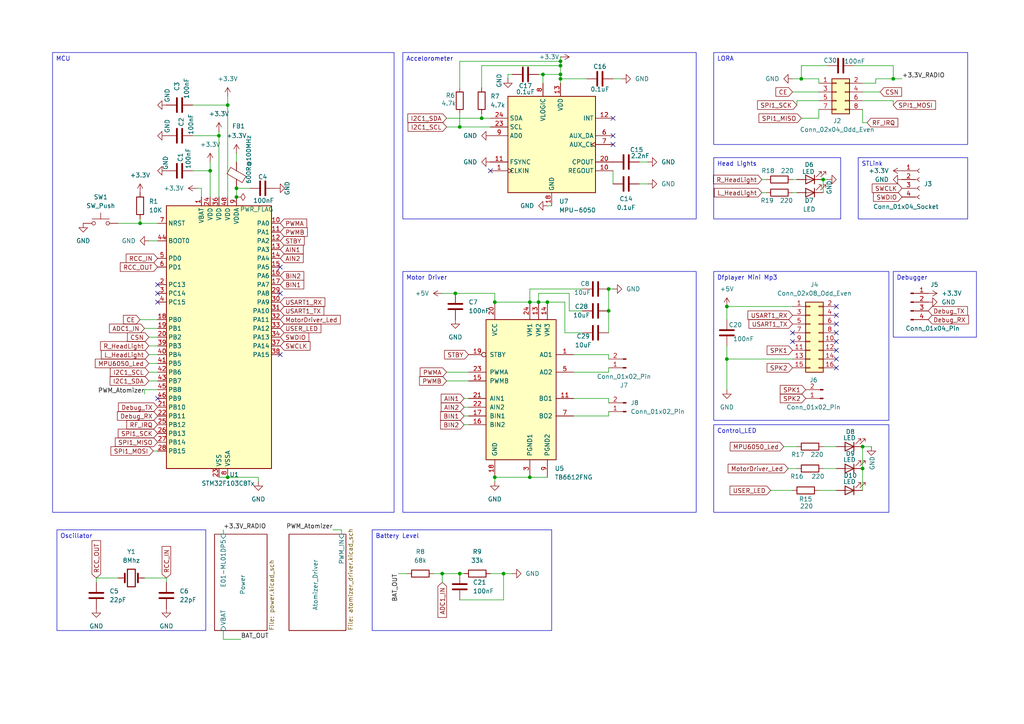
<source format=kicad_sch>
(kicad_sch (version 20250114) (generator "eeschema") (generator_version "9.0")
  (paper "A4")
  (text_box "Accelorometer\n" (at 116.84 15.24 0) (size 85.09 48.26) (margins 0.9525 0.9525 0.9525 0.9525) (effects (font (size 1.27 1.27)) (justify left top)))
  (text_box "Head Lights\n" (at 207.01 45.72 0) (size 36.83 17.78) (margins 0.9525 0.9525 0.9525 0.9525) (effects (font (size 1.27 1.27)) (justify left top)))
  (text_box "MCU\n" (at 15.24 15.24 0) (size 99.06 133.35) (margins 0.9525 0.9525 0.9525 0.9525) (effects (font (size 1.27 1.27)) (justify left top)))
  (text_box "Dfplayer Mini Mp3" (at 207.01 78.74 0) (size 50.8 43.18) (margins 0.9525 0.9525 0.9525 0.9525) (effects (font (size 1.27 1.27)) (justify left top)))
  (text_box "Control_LED" (at 207.01 123.19 0) (size 50.8 25.4) (margins 0.9525 0.9525 0.9525 0.9525) (effects (font (size 1.27 1.27)) (justify left top)))
  (text_box "Debugger\n" (at 259.08 78.74 0) (size 24.13 19.05) (margins 0.9525 0.9525 0.9525 0.9525) (effects (font (size 1.27 1.27)) (justify left top)))
  (text_box "STLink" (at 248.92 45.72 0) (size 31.75 17.78) (margins 0.9525 0.9525 0.9525 0.9525) (effects (font (size 1.27 1.27)) (justify left top)))
  (text_box "Oscillator" (at 16.51 153.67 0) (size 43.18 29.21) (margins 0.9525 0.9525 0.9525 0.9525) (effects (font (size 1.27 1.27)) (justify left top)))
  (text_box "Battery Level\n" (at 107.95 153.67 0) (size 52.07 29.21) (margins 0.9525 0.9525 0.9525 0.9525) (effects (font (size 1.27 1.27)) (justify left top)))
  (text_box "LORA" (at 207.01 15.24 0) (size 73.66 26.67) (margins 0.9525 0.9525 0.9525 0.9525) (effects (font (size 1.27 1.27)) (justify left top)))
  (text_box "Motor Driver\n" (at 116.84 78.74 0) (size 85.09 69.85) (margins 0.9525 0.9525 0.9525 0.9525) (effects (font (size 1.27 1.27)) (justify left top)))
  (junction (at 250.19 129.54))
  (junction (at 153.67 87.63))
  (junction (at 68.58 57.15))
  (junction (at 162.56 17.78))
  (junction (at 60.96 49.53))
  (junction (at 143.51 87.63))
  (junction (at 158.75 87.63))
  (junction (at 210.82 88.9))
  (junction (at 133.35 36.83))
  (junction (at 132.08 85.09))
  (junction (at 66.04 138.43))
  (junction (at 66.04 30.48))
  (junction (at 259.08 22.86))
  (junction (at 162.56 19.05))
  (junction (at 162.56 22.86))
  (junction (at 143.51 138.43))
  (junction (at 250.19 135.89))
  (junction (at 238.76 52.07))
  (junction (at 232.41 22.86))
  (junction (at 63.5 39.37))
  (junction (at 153.67 138.43))
  (junction (at 210.82 104.14))
  (junction (at 40.64 64.77))
  (junction (at 176.53 83.82))
  (junction (at 146.05 166.37))
  (junction (at 176.53 90.17))
  (junction (at 156.21 87.63))
  (junction (at 139.7 34.29))
  (junction (at 157.48 21.59))
  (junction (at 162.56 21.59))
  (junction (at 68.58 54.61))
  (junction (at 133.35 166.37))
  (junction (at 128.27 166.37))
  (no_connect (at 177.8 41.91))
  (no_connect (at 242.57 96.52))
  (no_connect (at 229.87 96.52))
  (no_connect (at 242.57 91.44))
  (no_connect (at 242.57 88.9))
  (no_connect (at 242.57 104.14))
  (no_connect (at 45.72 82.55))
  (no_connect (at 81.28 102.87))
  (no_connect (at 242.57 106.68))
  (no_connect (at 242.57 99.06))
  (no_connect (at 81.28 77.47))
  (no_connect (at 242.57 101.6))
  (no_connect (at 81.28 85.09))
  (no_connect (at 177.8 34.29))
  (no_connect (at 242.57 93.98))
  (no_connect (at 177.8 39.37))
  (no_connect (at 229.87 99.06))
  (no_connect (at 142.24 49.53))
  (no_connect (at 45.72 85.09))
  (no_connect (at 45.72 87.63))
  (no_connect (at 45.72 115.57))
  (wire (pts (xy 143.51 138.43) (xy 153.67 138.43)))
  (wire (pts (xy 66.04 57.15) (xy 66.04 30.48)))
  (wire (pts (xy 162.56 17.78) (xy 162.56 16.51)))
  (wire (pts (xy 231.14 30.48) (xy 231.14 29.21)))
  (wire (pts (xy 176.53 115.57) (xy 176.53 116.84)))
  (wire (pts (xy 210.82 88.9) (xy 210.82 92.71)))
  (wire (pts (xy 135.89 110.49) (xy 129.54 110.49)))
  (wire (pts (xy 129.54 34.29) (xy 139.7 34.29)))
  (wire (pts (xy 162.56 19.05) (xy 162.56 21.59)))
  (wire (pts (xy 254 22.86) (xy 259.08 22.86)))
  (wire (pts (xy 139.7 34.29) (xy 142.24 34.29)))
  (wire (pts (xy 228.6 135.89) (xy 231.14 135.89)))
  (wire (pts (xy 146.05 166.37) (xy 148.59 166.37)))
  (wire (pts (xy 43.18 107.95) (xy 45.72 107.95)))
  (wire (pts (xy 34.29 64.77) (xy 40.64 64.77)))
  (wire (pts (xy 133.35 173.99) (xy 146.05 173.99)))
  (wire (pts (xy 139.7 33.02) (xy 139.7 34.29)))
  (wire (pts (xy 177.8 53.34) (xy 177.8 49.53)))
  (wire (pts (xy 68.58 54.61) (xy 72.39 54.61)))
  (wire (pts (xy 58.42 54.61) (xy 58.42 57.15)))
  (wire (pts (xy 153.67 87.63) (xy 156.21 87.63)))
  (wire (pts (xy 229.87 22.86) (xy 232.41 22.86)))
  (wire (pts (xy 166.37 120.65) (xy 176.53 120.65)))
  (wire (pts (xy 156.21 87.63) (xy 158.75 87.63)))
  (wire (pts (xy 176.53 102.87) (xy 176.53 104.14)))
  (wire (pts (xy 158.75 87.63) (xy 163.83 87.63)))
  (wire (pts (xy 157.48 21.59) (xy 157.48 24.13)))
  (wire (pts (xy 27.94 167.64) (xy 34.29 167.64)))
  (wire (pts (xy 176.53 120.65) (xy 176.53 119.38)))
  (wire (pts (xy 48.26 167.64) (xy 48.26 168.91)))
  (wire (pts (xy 68.58 54.61) (xy 68.58 57.15)))
  (wire (pts (xy 64.77 185.42) (xy 69.85 185.42)))
  (wire (pts (xy 227.33 129.54) (xy 231.14 129.54)))
  (wire (pts (xy 133.35 166.37) (xy 134.62 166.37)))
  (wire (pts (xy 143.51 85.09) (xy 143.51 87.63)))
  (wire (pts (xy 63.5 39.37) (xy 63.5 57.15)))
  (wire (pts (xy 162.56 22.86) (xy 170.18 22.86)))
  (wire (pts (xy 139.7 19.05) (xy 162.56 19.05)))
  (wire (pts (xy 68.58 44.45) (xy 68.58 46.99)))
  (wire (pts (xy 43.18 110.49) (xy 45.72 110.49)))
  (wire (pts (xy 259.08 19.05) (xy 259.08 22.86)))
  (wire (pts (xy 223.52 142.24) (xy 229.87 142.24)))
  (wire (pts (xy 134.62 115.57) (xy 135.89 115.57)))
  (wire (pts (xy 166.37 102.87) (xy 176.53 102.87)))
  (wire (pts (xy 153.67 87.63) (xy 153.67 83.82)))
  (wire (pts (xy 153.67 83.82) (xy 168.91 83.82)))
  (wire (pts (xy 176.53 83.82) (xy 176.53 90.17)))
  (wire (pts (xy 128.27 166.37) (xy 133.35 166.37)))
  (wire (pts (xy 237.49 22.86) (xy 237.49 24.13)))
  (wire (pts (xy 55.88 49.53) (xy 60.96 49.53)))
  (wire (pts (xy 133.35 17.78) (xy 133.35 25.4)))
  (wire (pts (xy 250.19 31.75) (xy 250.19 35.56)))
  (wire (pts (xy 143.51 139.7) (xy 143.51 138.43)))
  (wire (pts (xy 74.93 138.43) (xy 74.93 139.7)))
  (wire (pts (xy 210.82 104.14) (xy 229.87 104.14)))
  (wire (pts (xy 210.82 100.33) (xy 210.82 104.14)))
  (wire (pts (xy 143.51 87.63) (xy 153.67 87.63)))
  (wire (pts (xy 27.94 168.91) (xy 27.94 167.64)))
  (wire (pts (xy 237.49 34.29) (xy 237.49 31.75)))
  (wire (pts (xy 55.88 30.48) (xy 66.04 30.48)))
  (wire (pts (xy 63.5 138.43) (xy 66.04 138.43)))
  (wire (pts (xy 157.48 21.59) (xy 156.21 21.59)))
  (wire (pts (xy 66.04 30.48) (xy 66.04 27.94)))
  (wire (pts (xy 153.67 138.43) (xy 158.75 138.43)))
  (wire (pts (xy 40.64 63.5) (xy 40.64 64.77)))
  (wire (pts (xy 176.53 107.95) (xy 176.53 106.68)))
  (wire (pts (xy 232.41 19.05) (xy 232.41 22.86)))
  (wire (pts (xy 166.37 107.95) (xy 176.53 107.95)))
  (wire (pts (xy 40.64 92.71) (xy 45.72 92.71)))
  (wire (pts (xy 176.53 83.82) (xy 177.8 83.82)))
  (wire (pts (xy 40.64 64.77) (xy 45.72 64.77)))
  (wire (pts (xy 232.41 34.29) (xy 237.49 34.29)))
  (wire (pts (xy 240.03 19.05) (xy 232.41 19.05)))
  (wire (pts (xy 176.53 90.17) (xy 176.53 96.52)))
  (wire (pts (xy 232.41 22.86) (xy 237.49 22.86)))
  (wire (pts (xy 229.87 55.88) (xy 231.14 55.88)))
  (wire (pts (xy 60.96 49.53) (xy 60.96 57.15)))
  (wire (pts (xy 247.65 19.05) (xy 259.08 19.05)))
  (wire (pts (xy 220.98 52.07) (xy 222.25 52.07)))
  (wire (pts (xy 115.57 166.37) (xy 118.11 166.37)))
  (wire (pts (xy 148.59 21.59) (xy 147.32 21.59)))
  (wire (pts (xy 166.37 115.57) (xy 176.53 115.57)))
  (wire (pts (xy 162.56 21.59) (xy 162.56 22.86)))
  (wire (pts (xy 238.76 135.89) (xy 242.57 135.89)))
  (wire (pts (xy 254 24.13) (xy 250.19 24.13)))
  (wire (pts (xy 238.76 129.54) (xy 242.57 129.54)))
  (wire (pts (xy 128.27 85.09) (xy 132.08 85.09)))
  (wire (pts (xy 157.48 21.59) (xy 162.56 21.59)))
  (wire (pts (xy 41.91 113.03) (xy 45.72 113.03)))
  (wire (pts (xy 210.82 88.9) (xy 229.87 88.9)))
  (wire (pts (xy 128.27 168.91) (xy 128.27 166.37)))
  (wire (pts (xy 64.77 185.42) (xy 64.77 182.88)))
  (wire (pts (xy 43.18 105.41) (xy 45.72 105.41)))
  (wire (pts (xy 43.18 69.85) (xy 45.72 69.85)))
  (wire (pts (xy 259.08 29.21) (xy 259.08 30.48)))
  (wire (pts (xy 250.19 35.56) (xy 251.46 35.56)))
  (wire (pts (xy 163.83 87.63) (xy 163.83 96.52)))
  (wire (pts (xy 229.87 26.67) (xy 237.49 26.67)))
  (wire (pts (xy 43.18 102.87) (xy 45.72 102.87)))
  (wire (pts (xy 250.19 135.89) (xy 250.19 142.24)))
  (wire (pts (xy 162.56 17.78) (xy 133.35 17.78)))
  (wire (pts (xy 66.04 138.43) (xy 74.93 138.43)))
  (wire (pts (xy 44.45 130.81) (xy 45.72 130.81)))
  (wire (pts (xy 220.98 55.88) (xy 222.25 55.88)))
  (wire (pts (xy 99.06 153.67) (xy 96.52 153.67)))
  (wire (pts (xy 64.77 153.67) (xy 64.77 154.94)))
  (wire (pts (xy 134.62 120.65) (xy 135.89 120.65)))
  (wire (pts (xy 134.62 123.19) (xy 135.89 123.19)))
  (wire (pts (xy 254 22.86) (xy 254 24.13)))
  (wire (pts (xy 134.62 118.11) (xy 135.89 118.11)))
  (wire (pts (xy 142.24 166.37) (xy 146.05 166.37)))
  (wire (pts (xy 165.1 90.17) (xy 168.91 90.17)))
  (wire (pts (xy 210.82 113.03) (xy 210.82 104.14)))
  (wire (pts (xy 165.1 85.09) (xy 165.1 90.17)))
  (wire (pts (xy 231.14 29.21) (xy 237.49 29.21)))
  (wire (pts (xy 162.56 22.86) (xy 162.56 24.13)))
  (wire (pts (xy 133.35 36.83) (xy 142.24 36.83)))
  (wire (pts (xy 57.15 54.61) (xy 58.42 54.61)))
  (wire (pts (xy 129.54 36.83) (xy 133.35 36.83)))
  (wire (pts (xy 60.96 46.99) (xy 60.96 49.53)))
  (wire (pts (xy 133.35 33.02) (xy 133.35 36.83)))
  (wire (pts (xy 163.83 96.52) (xy 168.91 96.52)))
  (wire (pts (xy 158.75 59.69) (xy 160.02 59.69)))
  (wire (pts (xy 156.21 85.09) (xy 165.1 85.09)))
  (wire (pts (xy 125.73 166.37) (xy 128.27 166.37)))
  (wire (pts (xy 156.21 87.63) (xy 156.21 85.09)))
  (wire (pts (xy 99.06 153.67) (xy 99.06 154.94)))
  (wire (pts (xy 238.76 52.07) (xy 240.03 52.07)))
  (wire (pts (xy 180.34 22.86) (xy 177.8 22.86)))
  (wire (pts (xy 146.05 173.99) (xy 146.05 166.37)))
  (wire (pts (xy 229.87 52.07) (xy 231.14 52.07)))
  (wire (pts (xy 250.19 29.21) (xy 259.08 29.21)))
  (wire (pts (xy 237.49 142.24) (xy 242.57 142.24)))
  (wire (pts (xy 55.88 39.37) (xy 63.5 39.37)))
  (wire (pts (xy 250.19 26.67) (xy 255.27 26.67)))
  (wire (pts (xy 41.91 95.25) (xy 45.72 95.25)))
  (wire (pts (xy 147.32 21.59) (xy 147.32 22.86)))
  (wire (pts (xy 63.5 38.1) (xy 63.5 39.37)))
  (wire (pts (xy 43.18 100.33) (xy 45.72 100.33)))
  (wire (pts (xy 162.56 17.78) (xy 162.56 19.05)))
  (wire (pts (xy 132.08 85.09) (xy 143.51 85.09)))
  (wire (pts (xy 187.96 46.99) (xy 185.42 46.99)))
  (wire (pts (xy 43.18 97.79) (xy 45.72 97.79)))
  (wire (pts (xy 41.91 167.64) (xy 48.26 167.64)))
  (wire (pts (xy 250.19 129.54) (xy 250.19 135.89)))
  (wire (pts (xy 250.19 129.54) (xy 252.73 129.54)))
  (wire (pts (xy 135.89 107.95) (xy 129.54 107.95)))
  (wire (pts (xy 41.91 114.3) (xy 41.91 113.03)))
  (wire (pts (xy 259.08 22.86) (xy 261.62 22.86)))
  (wire (pts (xy 139.7 25.4) (xy 139.7 19.05)))
  (wire (pts (xy 187.96 53.34) (xy 185.42 53.34)))
  (wire (pts (xy 238.76 52.07) (xy 238.76 55.88)))
  (label "PWM_Atomizer" (at 96.52 153.67 180))
  (label "+3.3V_RADIO" (at 64.77 153.67 0))
  (label "PWM_Atomizer" (at 41.91 114.3 180))
  (label "BAT_OUT" (at 115.57 166.37 270))
  (label "BAT_OUT" (at 69.85 185.42 0))
  (label "+3.3V_RADIO" (at 261.62 22.86 0))
  (global_label "SPK1" (shape input) (at 233.68 113.03 180) (property "Intersheetrefs" "${INTERSHEET_REFS}" (effects (hide yes))))
  (global_label "R_HeadLight" (shape input) (at 43.18 100.33 180) (property "Intersheetrefs" "${INTERSHEET_REFS}" (effects (hide yes))))
  (global_label "Debug_TX" (shape input) (at 45.72 118.11 180) (property "Intersheetrefs" "${INTERSHEET_REFS}" (effects (hide yes))))
  (global_label "USER_LED" (shape input) (at 81.28 95.25 0) (property "Intersheetrefs" "${INTERSHEET_REFS}" (effects (hide yes))))
  (global_label "USART1_TX" (shape input) (at 229.87 93.98 180) (property "Intersheetrefs" "${INTERSHEET_REFS}" (effects (hide yes))))
  (global_label "SPK1" (shape input) (at 229.87 101.6 180) (property "Intersheetrefs" "${INTERSHEET_REFS}" (effects (hide yes))))
  (global_label "ADC1_IN" (shape input) (at 41.91 95.25 180) (property "Intersheetrefs" "${INTERSHEET_REFS}" (effects (hide yes))))
  (global_label "I2C1_SCL" (shape input) (at 43.18 107.95 180) (property "Intersheetrefs" "${INTERSHEET_REFS}" (effects (hide yes))))
  (global_label "R_HeadLight" (shape input) (at 220.98 52.07 180) (property "Intersheetrefs" "${INTERSHEET_REFS}" (effects (hide yes))))
  (global_label "SWDIO" (shape input) (at 81.28 97.79 0) (property "Intersheetrefs" "${INTERSHEET_REFS}" (effects (hide yes))))
  (global_label "RCC_OUT" (shape input) (at 45.72 77.47 180) (property "Intersheetrefs" "${INTERSHEET_REFS}" (effects (hide yes))))
  (global_label "AIN2" (shape input) (at 134.62 118.11 180) (property "Intersheetrefs" "${INTERSHEET_REFS}" (effects (hide yes))))
  (global_label "MPU6050_Led" (shape input) (at 43.18 105.41 180) (property "Intersheetrefs" "${INTERSHEET_REFS}" (effects (hide yes))))
  (global_label "PWMA" (shape input) (at 129.54 107.95 180) (property "Intersheetrefs" "${INTERSHEET_REFS}" (effects (hide yes))))
  (global_label "AIN1" (shape input) (at 81.28 72.39 0) (property "Intersheetrefs" "${INTERSHEET_REFS}" (effects (hide yes))))
  (global_label "AIN1" (shape input) (at 134.62 115.57 180) (property "Intersheetrefs" "${INTERSHEET_REFS}" (effects (hide yes))))
  (global_label "RF_IRQ" (shape input) (at 45.72 123.19 180) (property "Intersheetrefs" "${INTERSHEET_REFS}" (effects (hide yes))))
  (global_label "I2C1_SDA" (shape input) (at 43.18 110.49 180) (property "Intersheetrefs" "${INTERSHEET_REFS}" (effects (hide yes))))
  (global_label "CSN" (shape input) (at 43.18 97.79 180) (property "Intersheetrefs" "${INTERSHEET_REFS}" (effects (hide yes))))
  (global_label "ADC1_IN" (shape input) (at 128.27 168.91 270) (property "Intersheetrefs" "${INTERSHEET_REFS}" (effects (hide yes))))
  (global_label "SPI1_MOSI" (shape input) (at 44.45 130.81 180) (property "Intersheetrefs" "${INTERSHEET_REFS}" (effects (hide yes))))
  (global_label "USART1_RX" (shape input) (at 81.28 87.63 0) (property "Intersheetrefs" "${INTERSHEET_REFS}" (effects (hide yes))))
  (global_label "MPU6050_Led" (shape input) (at 227.33 129.54 180) (property "Intersheetrefs" "${INTERSHEET_REFS}" (effects (hide yes))))
  (global_label "Debug_RX" (shape input) (at 45.72 120.65 180) (property "Intersheetrefs" "${INTERSHEET_REFS}" (effects (hide yes))))
  (global_label "SPI1_MOSI" (shape input) (at 259.08 30.48 0) (property "Intersheetrefs" "${INTERSHEET_REFS}" (effects (hide yes))))
  (global_label "SWCLK" (shape input) (at 261.62 54.61 180) (property "Intersheetrefs" "${INTERSHEET_REFS}" (effects (hide yes))))
  (global_label "SPK2" (shape input) (at 229.87 106.68 180) (property "Intersheetrefs" "${INTERSHEET_REFS}" (effects (hide yes))))
  (global_label "MotorDriver_Led" (shape input) (at 228.6 135.89 180) (property "Intersheetrefs" "${INTERSHEET_REFS}" (effects (hide yes))))
  (global_label "SPI1_MISO" (shape input) (at 232.41 34.29 180) (property "Intersheetrefs" "${INTERSHEET_REFS}" (effects (hide yes))))
  (global_label "I2C1_SDA" (shape input) (at 129.54 34.29 180) (property "Intersheetrefs" "${INTERSHEET_REFS}" (effects (hide yes))))
  (global_label "PWMB" (shape input) (at 129.54 110.49 180) (property "Intersheetrefs" "${INTERSHEET_REFS}" (effects (hide yes))))
  (global_label "CE" (shape input) (at 40.64 92.71 180) (property "Intersheetrefs" "${INTERSHEET_REFS}" (effects (hide yes))))
  (global_label "USART1_TX" (shape input) (at 81.28 90.17 0) (property "Intersheetrefs" "${INTERSHEET_REFS}" (effects (hide yes))))
  (global_label "USART1_RX" (shape input) (at 229.87 91.44 180) (property "Intersheetrefs" "${INTERSHEET_REFS}" (effects (hide yes))))
  (global_label "SWDIO" (shape input) (at 261.62 57.15 180) (property "Intersheetrefs" "${INTERSHEET_REFS}" (effects (hide yes))))
  (global_label "L_HeadLight" (shape input) (at 220.98 55.88 180) (property "Intersheetrefs" "${INTERSHEET_REFS}" (effects (hide yes))))
  (global_label "BIN1" (shape input) (at 134.62 120.65 180) (property "Intersheetrefs" "${INTERSHEET_REFS}" (effects (hide yes))))
  (global_label "I2C1_SCL" (shape input) (at 129.54 36.83 180) (property "Intersheetrefs" "${INTERSHEET_REFS}" (effects (hide yes))))
  (global_label "CSN" (shape input) (at 255.27 26.67 0) (property "Intersheetrefs" "${INTERSHEET_REFS}" (effects (hide yes))))
  (global_label "BIN2" (shape input) (at 134.62 123.19 180) (property "Intersheetrefs" "${INTERSHEET_REFS}" (effects (hide yes))))
  (global_label "CE" (shape input) (at 229.87 26.67 180) (property "Intersheetrefs" "${INTERSHEET_REFS}" (effects (hide yes))))
  (global_label "PWMA" (shape input) (at 81.28 64.77 0) (property "Intersheetrefs" "${INTERSHEET_REFS}" (effects (hide yes))))
  (global_label "STBY" (shape input) (at 81.28 69.85 0) (property "Intersheetrefs" "${INTERSHEET_REFS}" (effects (hide yes))))
  (global_label "Debug_TX" (shape input) (at 269.24 90.17 0) (property "Intersheetrefs" "${INTERSHEET_REFS}" (effects (hide yes))))
  (global_label "BIN2" (shape input) (at 81.28 80.01 0) (property "Intersheetrefs" "${INTERSHEET_REFS}" (effects (hide yes))))
  (global_label "MotorDriver_Led" (shape input) (at 81.28 92.71 0) (property "Intersheetrefs" "${INTERSHEET_REFS}" (effects (hide yes))))
  (global_label "RF_IRQ" (shape input) (at 251.46 35.56 0) (property "Intersheetrefs" "${INTERSHEET_REFS}" (effects (hide yes))))
  (global_label "USER_LED" (shape input) (at 223.52 142.24 180) (property "Intersheetrefs" "${INTERSHEET_REFS}" (effects (hide yes))))
  (global_label "SWCLK" (shape input) (at 81.28 100.33 0) (property "Intersheetrefs" "${INTERSHEET_REFS}" (effects (hide yes))))
  (global_label "PWMB" (shape input) (at 81.28 67.31 0) (property "Intersheetrefs" "${INTERSHEET_REFS}" (effects (hide yes))))
  (global_label "BIN1" (shape input) (at 81.28 82.55 0) (property "Intersheetrefs" "${INTERSHEET_REFS}" (effects (hide yes))))
  (global_label "RCC_OUT" (shape input) (at 27.94 167.64 90) (property "Intersheetrefs" "${INTERSHEET_REFS}" (effects (hide yes))))
  (global_label "RCC_IN" (shape input) (at 45.72 74.93 180) (property "Intersheetrefs" "${INTERSHEET_REFS}" (effects (hide yes))))
  (global_label "STBY" (shape input) (at 135.89 102.87 180) (property "Intersheetrefs" "${INTERSHEET_REFS}" (effects (hide yes))))
  (global_label "SPI1_MISO" (shape input) (at 45.72 128.27 180) (property "Intersheetrefs" "${INTERSHEET_REFS}" (effects (hide yes))))
  (global_label "AIN2" (shape input) (at 81.28 74.93 0) (property "Intersheetrefs" "${INTERSHEET_REFS}" (effects (hide yes))))
  (global_label "Debug_RX" (shape input) (at 269.24 92.71 0) (property "Intersheetrefs" "${INTERSHEET_REFS}" (effects (hide yes))))
  (global_label "RCC_IN" (shape input) (at 48.26 167.64 90) (property "Intersheetrefs" "${INTERSHEET_REFS}" (effects (hide yes))))
  (global_label "SPI1_SCK" (shape input) (at 231.14 30.48 180) (property "Intersheetrefs" "${INTERSHEET_REFS}" (effects (hide yes))))
  (global_label "SPK2" (shape input) (at 233.68 115.57 180) (property "Intersheetrefs" "${INTERSHEET_REFS}" (effects (hide yes))))
  (global_label "L_HeadLight" (shape input) (at 43.18 102.87 180) (property "Intersheetrefs" "${INTERSHEET_REFS}" (effects (hide yes))))
  (global_label "SPI1_SCK" (shape input) (at 45.72 125.73 180) (property "Intersheetrefs" "${INTERSHEET_REFS}" (effects (hide yes))))
  (symbol (lib_id "Device:LED") (at 234.95 52.07 180) (unit 1)
    (property "Reference" "D6" (at 234.696 47.752 0))
    (property "Value" "LED" (at 234.442 49.784 0))
    (property "Footprint" "LED_SMD:LED_0805_2012Metric_Pad1.15x1.40mm_HandSolder" (effects (hide yes)))
    (property "Description" "Light emitting diode" (effects (hide yes)))
    (property "Sim.Pins" "1=K 2=A" (effects (hide yes)))
  )
  (symbol (lib_id "Connector:Conn_01x02_Pin") (at 181.61 106.68 180) (unit 1)
    (property "Reference" "J7" (at 180.975 111.76 0))
    (property "Value" "Conn_01x02_Pin" (at 180.975 109.22 0))
    (property "Footprint" "Connector_Wire:SolderWire-0.75sqmm_1x02_P7mm_D1.25mm_OD3.5mm" (effects (hide yes)))
    (property "Description" "Generic connector, single row, 01x02, script generated" (effects (hide yes)))
  )
  (symbol (lib_id "Device:C") (at 48.26 172.72 0) (unit 1)
    (property "Reference" "C6" (at 52.07 171.4499 0) (effects (justify left)))
    (property "Value" "22pF" (at 52.07 173.9899 0) (effects (justify left)))
    (property "Footprint" "Capacitor_SMD:C_0805_2012Metric_Pad1.18x1.45mm_HandSolder" (effects (hide yes)))
    (property "Description" "Unpolarized capacitor" (effects (hide yes)))
  )
  (symbol (lib_id "Connector_Generic:Conn_02x08_Odd_Even") (at 234.95 96.52 0) (unit 1)
    (property "Reference" "J4" (at 236.22 82.55 0))
    (property "Value" "Conn_02x08_Odd_Even" (at 236.22 85.09 0))
    (property "Footprint" "Connector_PinHeader_2.54mm:PinHeader_2x08_P2.54mm_Vertical" (effects (hide yes)))
    (property "Description" "Generic connector, double row, 02x08, odd/even pin numbering scheme (row 1 odd numbers, row 2 even numbers), script generated (kicad-library-utils/schlib/autogen/connector/)" (effects (hide yes)))
  )
  (symbol (lib_id "Connector:Conn_01x04_Pin") (at 264.16 87.63 0) (unit 1)
    (property "Reference" "J5" (at 271.018 82.55 0))
    (property "Value" "Conn_01x04_Pin" (at 270.51 95.25 0))
    (property "Footprint" "Connector_PinHeader_2.54mm:PinHeader_1x04_P2.54mm_Vertical" (effects (hide yes)))
    (property "Description" "Generic connector, single row, 01x04, script generated" (effects (hide yes)))
  )
  (symbol (lib_id "power:GND") (at 24.13 64.77 0) (unit 1)
    (property "Reference" "#PWR08" (effects (hide yes)))
    (property "Value" "GND" (at 24.13 69.85 0))
    (property "Description" "Power symbol creates a global label with name \"GND\" , ground" (effects (hide yes)))
  )
  (symbol (lib_id "power:GND") (at 180.34 22.86 90) (unit 1)
    (property "Reference" "#PWR027" (effects (hide yes)))
    (property "Value" "GND" (at 184.15 22.8599 90) (effects (justify right)))
    (property "Description" "Power symbol creates a global label with name \"GND\" , ground" (effects (hide yes)))
  )
  (symbol (lib_id "Device:LED") (at 246.38 142.24 180) (unit 1)
    (property "Reference" "D10" (at 246.634 137.922 0))
    (property "Value" "LED" (at 246.38 139.7 0))
    (property "Footprint" "LED_SMD:LED_0805_2012Metric_Pad1.15x1.40mm_HandSolder" (effects (hide yes)))
    (property "Description" "Light emitting diode" (effects (hide yes)))
    (property "Sim.Pins" "1=K 2=A" (effects (hide yes)))
  )
  (symbol (lib_id "Device:LED") (at 234.95 55.88 180) (unit 1)
    (property "Reference" "D7" (at 234.696 58.166 0))
    (property "Value" "LED" (at 234.696 60.706 0))
    (property "Footprint" "LED_SMD:LED_0805_2012Metric_Pad1.15x1.40mm_HandSolder" (effects (hide yes)))
    (property "Description" "Light emitting diode" (effects (hide yes)))
    (property "Sim.Pins" "1=K 2=A" (effects (hide yes)))
  )
  (symbol (lib_id "Connector:Conn_01x02_Pin") (at 181.61 119.38 180) (unit 1)
    (property "Reference" "J8" (at 182.88 116.8399 0) (effects (justify right)))
    (property "Value" "Conn_01x02_Pin" (at 182.88 119.3799 0) (effects (justify right)))
    (property "Footprint" "Connector_Wire:SolderWire-0.75sqmm_1x02_P7mm_D1.25mm_OD3.5mm" (effects (hide yes)))
    (property "Description" "Generic connector, single row, 01x02, script generated" (effects (hide yes)))
  )
  (symbol (lib_id "MCU_ST_STM32F1:STM32F103C8Tx") (at 63.5 97.79 0) (unit 1)
    (property "Reference" "U1" (at 66.548 137.668 0) (effects (justify left)))
    (property "Value" "STM32F103C8Tx" (at 58.42 140.208 0) (effects (justify left)))
    (property "Footprint" "Package_QFP:LQFP-48_7x7mm_P0.5mm" (effects (hide yes)))
    (property "Datasheet" "https://www.st.com/resource/en/datasheet/stm32f103c8.pdf" (effects (hide yes)))
    (property "Description" "STMicroelectronics Arm Cortex-M3 MCU, 64KB flash, 20KB RAM, 72 MHz, 2.0-3.6V, 37 GPIO, LQFP48" (effects (hide yes)))
  )
  (symbol (lib_id "Device:C") (at 172.72 90.17 90) (unit 1)
    (property "Reference" "C28" (at 168.656 88.9 90))
    (property "Value" "10uF" (at 168.656 91.44 90))
    (property "Footprint" "Capacitor_SMD:C_0805_2012Metric_Pad1.18x1.45mm_HandSolder" (effects (hide yes)))
    (property "Description" "Unpolarized capacitor" (effects (hide yes)))
  )
  (symbol (lib_id "Connector_Generic:Conn_02x04_Odd_Even") (at 242.57 26.67 0) (unit 1)
    (property "Reference" "J2" (at 242.824 35.052 0))
    (property "Value" "Conn_02x04_Odd_Even" (at 242.824 37.592 0))
    (property "Footprint" "Connector_PinHeader_2.54mm:PinHeader_2x04_P2.54mm_Vertical" (effects (hide yes)))
    (property "Description" "Generic connector, double row, 02x04, odd/even pin numbering scheme (row 1 odd numbers, row 2 even numbers), script generated (kicad-library-utils/schlib/autogen/connector/)" (effects (hide yes)))
  )
  (symbol (lib_id "power:+3.3V") (at 66.04 27.94 0) (unit 1)
    (property "Reference" "#PWR054" (effects (hide yes)))
    (property "Value" "+3.3V" (at 66.04 22.86 0))
    (property "Description" "Power symbol creates a global label with name \"+3.3V\"" (effects (hide yes)))
  )
  (symbol (lib_id "Device:R") (at 233.68 142.24 90) (unit 1)
    (property "Reference" "R15" (at 233.68 144.78 90))
    (property "Value" "220" (at 233.934 146.812 90))
    (property "Footprint" "Resistor_SMD:R_0805_2012Metric_Pad1.20x1.40mm_HandSolder" (effects (hide yes)))
    (property "Description" "Resistor" (effects (hide yes)))
  )
  (symbol (lib_id "power:GND") (at 48.26 30.48 270) (unit 1)
    (property "Reference" "#PWR04" (effects (hide yes)))
    (property "Value" "GND" (at 48.514 27.686 0))
    (property "Description" "Power symbol creates a global label with name \"GND\" , ground" (effects (hide yes)))
  )
  (symbol (lib_id "Device:R") (at 40.64 59.69 180) (unit 1)
    (property "Reference" "R1" (at 43.18 58.4199 0) (effects (justify right)))
    (property "Value" "10K" (at 43.18 60.9599 0) (effects (justify right)))
    (property "Footprint" "Resistor_SMD:R_0805_2012Metric_Pad1.20x1.40mm_HandSolder" (effects (hide yes)))
    (property "Description" "Resistor" (effects (hide yes)))
  )
  (symbol (lib_id "power:GND") (at 269.24 87.63 90) (unit 1)
    (property "Reference" "#PWR042" (effects (hide yes)))
    (property "Value" "GND" (at 273.05 87.6299 90) (effects (justify right)))
    (property "Description" "Power symbol creates a global label with name \"GND\" , ground" (effects (hide yes)))
  )
  (symbol (lib_id "Device:Crystal") (at 38.1 167.64 180) (unit 1)
    (property "Reference" "Y1" (at 38.1 160.02 0))
    (property "Value" "8Mhz" (at 38.1 162.56 0))
    (property "Footprint" "Crystal:Crystal_SMD_HC49-SD" (effects (hide yes)))
    (property "Description" "Two pin crystal" (effects (hide yes)))
  )
  (symbol (lib_id "Device:LED") (at 246.38 135.89 180) (unit 1)
    (property "Reference" "D9" (at 246.634 131.572 0))
    (property "Value" "LED" (at 246.38 133.35 0))
    (property "Footprint" "LED_SMD:LED_0805_2012Metric_Pad1.15x1.40mm_HandSolder" (effects (hide yes)))
    (property "Description" "Light emitting diode" (effects (hide yes)))
    (property "Sim.Pins" "1=K 2=A" (effects (hide yes)))
  )
  (symbol (lib_id "Device:C") (at 52.07 49.53 90) (unit 1)
    (property "Reference" "C1" (at 52.324 46.99 0) (effects (justify left)))
    (property "Value" "100nF" (at 54.61 49.022 0) (effects (justify left)))
    (property "Footprint" "Capacitor_SMD:C_0805_2012Metric_Pad1.18x1.45mm_HandSolder" (effects (hide yes)))
    (property "Description" "Unpolarized capacitor" (effects (hide yes)))
  )
  (symbol (lib_id "Device:R") (at 234.95 129.54 90) (unit 1)
    (property "Reference" "R17" (at 231.394 131.826 90))
    (property "Value" "220" (at 236.982 131.826 90))
    (property "Footprint" "Resistor_SMD:R_0805_2012Metric_Pad1.20x1.40mm_HandSolder" (effects (hide yes)))
    (property "Description" "Resistor" (effects (hide yes)))
  )
  (symbol (lib_id "power:GND") (at 177.8 83.82 90) (unit 1)
    (property "Reference" "#PWR047" (effects (hide yes)))
    (property "Value" "GND" (at 181.61 83.8199 90) (effects (justify right)))
    (property "Description" "Power symbol creates a global label with name \"GND\" , ground" (effects (hide yes)))
  )
  (symbol (lib_id "Device:C") (at 132.08 88.9 0) (unit 1)
    (property "Reference" "C7" (at 135.89 87.6299 0) (effects (justify left)))
    (property "Value" "100nF" (at 135.89 90.1699 0) (effects (justify left)))
    (property "Footprint" "Capacitor_SMD:C_0805_2012Metric_Pad1.18x1.45mm_HandSolder" (effects (hide yes)))
    (property "Description" "Unpolarized capacitor" (effects (hide yes)))
  )
  (symbol (lib_id "Device:R") (at 234.95 135.89 90) (unit 1)
    (property "Reference" "R16" (at 231.14 138.176 90))
    (property "Value" "220" (at 237.236 138.176 90))
    (property "Footprint" "Resistor_SMD:R_0805_2012Metric_Pad1.20x1.40mm_HandSolder" (effects (hide yes)))
    (property "Description" "Resistor" (effects (hide yes)))
  )
  (symbol (lib_id "Device:C") (at 133.35 170.18 0) (unit 1)
    (property "Reference" "C21" (at 137.16 168.9099 0) (effects (justify left)))
    (property "Value" "100nF" (at 137.16 171.4499 0) (effects (justify left)))
    (property "Footprint" "Capacitor_SMD:C_0805_2012Metric_Pad1.18x1.45mm_HandSolder" (effects (hide yes)))
    (property "Description" "Unpolarized capacitor" (effects (hide yes)))
  )
  (symbol (lib_id "power:GND") (at 143.51 139.7 0) (unit 1)
    (property "Reference" "#PWR022" (effects (hide yes)))
    (property "Value" "GND" (at 143.51 144.78 0))
    (property "Description" "Power symbol creates a global label with name \"GND\" , ground" (effects (hide yes)))
  )
  (symbol (lib_id "Connector:Conn_01x04_Socket") (at 266.7 52.07 0) (unit 1)
    (property "Reference" "J3" (at 267.97 53.34 0) (effects (justify left)))
    (property "Value" "Conn_01x04_Socket" (at 253.238 59.944 0) (effects (justify left)))
    (property "Footprint" "Connector_PinHeader_2.54mm:PinHeader_1x04_P2.54mm_Vertical" (effects (hide yes)))
    (property "Description" "Generic connector, single row, 01x04, script generated" (effects (hide yes)))
  )
  (symbol (lib_id "Device:C") (at 181.61 53.34 90) (unit 1)
    (property "Reference" "C14" (at 181.61 57.658 90))
    (property "Value" "0.1uF" (at 181.61 60.198 90))
    (property "Footprint" "Capacitor_SMD:C_0805_2012Metric_Pad1.18x1.45mm_HandSolder" (effects (hide yes)))
    (property "Description" "Unpolarized capacitor" (effects (hide yes)))
  )
  (symbol (lib_id "power:GND") (at 132.08 92.71 0) (unit 1)
    (property "Reference" "#PWR013" (effects (hide yes)))
    (property "Value" "GND" (at 132.08 97.79 0))
    (property "Description" "Power symbol creates a global label with name \"GND\" , ground" (effects (hide yes)))
  )
  (symbol (lib_id "power:+3.3V") (at 68.58 44.45 0) (unit 1)
    (property "Reference" "#PWR055" (effects (hide yes)))
    (property "Value" "+3.3V" (at 68.58 39.37 0))
    (property "Description" "Power symbol creates a global label with name \"+3.3V\"" (effects (hide yes)))
  )
  (symbol (lib_id "Device:C") (at 181.61 46.99 90) (unit 1)
    (property "Reference" "C15" (at 184.658 43.434 90))
    (property "Value" "2.2nF" (at 185.674 45.212 90))
    (property "Footprint" "Capacitor_SMD:C_0805_2012Metric_Pad1.18x1.45mm_HandSolder" (effects (hide yes)))
    (property "Description" "Unpolarized capacitor" (effects (hide yes)))
  )
  (symbol (lib_id "power:+5V") (at 128.27 85.09 90) (unit 1)
    (property "Reference" "#PWR011" (effects (hide yes)))
    (property "Value" "+5V" (at 124.46 85.0899 90) (effects (justify left)))
    (property "Description" "Power symbol creates a global label with name \"+5V\"" (effects (hide yes)))
  )
  (symbol (lib_id "Driver_Motor:TB6612FNG") (at 151.13 113.03 0) (unit 1)
    (property "Reference" "U5" (at 160.8933 135.89 0) (effects (justify left)))
    (property "Value" "TB6612FNG" (at 160.8933 138.43 0) (effects (justify left)))
    (property "Footprint" "Package_SO:SSOP-24_5.3x8.2mm_P0.65mm" (effects (hide yes)))
    (property "Datasheet" "https://toshiba.semicon-storage.com/us/product/linear/motordriver/detail.TB6612FNG.html" (effects (hide yes)))
    (property "Description" "Driver IC for Dual DC motor, SSOP-24" (effects (hide yes)))
  )
  (symbol (lib_id "Device:C") (at 172.72 96.52 90) (unit 1)
    (property "Reference" "C29" (at 169.164 97.536 90))
    (property "Value" "10uF" (at 169.164 100.076 90))
    (property "Footprint" "Capacitor_SMD:C_0805_2012Metric_Pad1.18x1.45mm_HandSolder" (effects (hide yes)))
    (property "Description" "Unpolarized capacitor" (effects (hide yes)))
  )
  (symbol (lib_id "power:+3.3V") (at 57.15 54.61 90) (unit 1)
    (property "Reference" "#PWR052" (effects (hide yes)))
    (property "Value" "+3.3V" (at 53.34 54.6099 90) (effects (justify left)))
    (property "Description" "Power symbol creates a global label with name \"+3.3V\"" (effects (hide yes)))
  )
  (symbol (lib_id "Device:FerriteBead") (at 68.58 50.8 0) (unit 1)
    (property "Reference" "FB1" (at 67.31 36.576 0) (effects (justify left)))
    (property "Value" "600R@100MHz" (at 72.136 53.34 90) (effects (justify left)))
    (property "Footprint" "Resistor_SMD:R_0805_2012Metric" (effects (hide yes)))
    (property "Description" "Ferrite bead" (effects (hide yes)))
  )
  (symbol (lib_id "power:GND") (at 48.26 39.37 270) (unit 1)
    (property "Reference" "#PWR03" (effects (hide yes)))
    (property "Value" "GND" (at 48.514 36.576 0))
    (property "Description" "Power symbol creates a global label with name \"GND\" , ground" (effects (hide yes)))
  )
  (symbol (lib_id "Device:C") (at 52.07 30.48 90) (unit 1)
    (property "Reference" "C3" (at 51.308 26.416 0) (effects (justify left)))
    (property "Value" "100nF" (at 54.102 28.702 0) (effects (justify left)))
    (property "Footprint" "Capacitor_SMD:C_0805_2012Metric_Pad1.18x1.45mm_HandSolder" (effects (hide yes)))
    (property "Description" "Unpolarized capacitor" (effects (hide yes)))
  )
  (symbol (lib_id "power:GND") (at 142.24 39.37 270) (unit 1)
    (property "Reference" "#PWR048" (effects (hide yes)))
    (property "Value" "GND" (at 138.43 39.3699 90) (effects (justify right)))
    (property "Description" "Power symbol creates a global label with name \"GND\" , ground" (effects (hide yes)))
  )
  (symbol (lib_id "power:GND") (at 229.87 22.86 270) (unit 1)
    (property "Reference" "#PWR033" (effects (hide yes)))
    (property "Value" "GND" (at 226.06 22.8599 90) (effects (justify right)))
    (property "Description" "Power symbol creates a global label with name \"GND\" , ground" (effects (hide yes)))
  )
  (symbol (lib_id "Device:R") (at 139.7 29.21 0) (unit 1)
    (property "Reference" "R7" (at 142.24 27.9399 0) (effects (justify left)))
    (property "Value" "4.7k" (at 142.24 30.4799 0) (effects (justify left)))
    (property "Footprint" "Resistor_SMD:R_0805_2012Metric_Pad1.20x1.40mm_HandSolder" (effects (hide yes)))
    (property "Description" "Resistor" (effects (hide yes)))
  )
  (symbol (lib_id "Device:R") (at 121.92 166.37 90) (unit 1)
    (property "Reference" "R8" (at 121.92 160.02 90))
    (property "Value" "68k" (at 121.92 162.56 90))
    (property "Footprint" "Resistor_SMD:R_0805_2012Metric_Pad1.20x1.40mm_HandSolder" (effects (hide yes)))
    (property "Description" "Resistor" (effects (hide yes)))
  )
  (symbol (lib_id "power:GND") (at 240.03 52.07 90) (unit 1)
    (property "Reference" "#PWR030" (effects (hide yes)))
    (property "Value" "GND" (at 240.538 52.324 0) (effects (justify right)))
    (property "Description" "Power symbol creates a global label with name \"GND\" , ground" (effects (hide yes)))
  )
  (symbol (lib_id "Connector:Conn_01x02_Pin") (at 238.76 115.57 180) (unit 1)
    (property "Reference" "J6" (at 235.966 110.236 0))
    (property "Value" "Conn_01x02_Pin" (at 235.966 118.11 0))
    (property "Footprint" "Connector_Wire:SolderWire-1.5sqmm_1x02_P7.8mm_D1.7mm_OD3.9mm" (effects (hide yes)))
    (property "Description" "Generic connector, single row, 01x02, script generated" (effects (hide yes)))
  )
  (symbol (lib_id "Device:C") (at 152.4 21.59 270) (unit 1)
    (property "Reference" "C17" (at 152.4 24.892 90))
    (property "Value" "0.1uF" (at 152.4 26.67 90))
    (property "Footprint" "Capacitor_SMD:C_0805_2012Metric_Pad1.18x1.45mm_HandSolder" (effects (hide yes)))
    (property "Description" "Unpolarized capacitor" (effects (hide yes)))
  )
  (symbol (lib_id "power:GND") (at 148.59 166.37 90) (unit 1)
    (property "Reference" "#PWR040" (effects (hide yes)))
    (property "Value" "GND" (at 152.4 166.3699 90) (effects (justify right)))
    (property "Description" "Power symbol creates a global label with name \"GND\" , ground" (effects (hide yes)))
  )
  (symbol (lib_id "power:+3.3V") (at 269.24 85.09 270) (unit 1)
    (property "Reference" "#PWR041" (effects (hide yes)))
    (property "Value" "+3.3V" (at 273.05 85.0899 90) (effects (justify left)))
    (property "Description" "Power symbol creates a global label with name \"+3.3V\"" (effects (hide yes)))
  )
  (symbol (lib_id "power:+5V") (at 210.82 88.9 0) (unit 1)
    (property "Reference" "#PWR037" (effects (hide yes)))
    (property "Value" "+5V" (at 210.82 83.82 0))
    (property "Description" "Power symbol creates a global label with name \"+5V\"" (effects (hide yes)))
  )
  (symbol (lib_id "power:GND") (at 43.18 69.85 270) (unit 1)
    (property "Reference" "#PWR036" (effects (hide yes)))
    (property "Value" "GND" (at 39.37 69.8499 90) (effects (justify right)))
    (property "Description" "Power symbol creates a global label with name \"GND\" , ground" (effects (hide yes)))
  )
  (symbol (lib_id "power:GND") (at 252.73 129.54 0) (unit 1)
    (property "Reference" "#PWR039" (effects (hide yes)))
    (property "Value" "GND" (at 252.984 136.398 90) (effects (justify left)))
    (property "Description" "Power symbol creates a global label with name \"GND\" , ground" (effects (hide yes)))
  )
  (symbol (lib_id "power:GND") (at 147.32 22.86 0) (unit 1)
    (property "Reference" "#PWR029" (effects (hide yes)))
    (property "Value" "GND" (at 144.78 21.336 90) (effects (justify right)))
    (property "Description" "Power symbol creates a global label with name \"GND\" , ground" (effects (hide yes)))
  )
  (symbol (lib_id "power:GND") (at 158.75 59.69 270) (unit 1)
    (property "Reference" "#PWR028" (effects (hide yes)))
    (property "Value" "GND" (at 154.94 59.6899 90) (effects (justify right)))
    (property "Description" "Power symbol creates a global label with name \"GND\" , ground" (effects (hide yes)))
  )
  (symbol (lib_id "power:GND") (at 261.62 52.07 270) (unit 1)
    (property "Reference" "#PWR035" (effects (hide yes)))
    (property "Value" "GND" (at 257.81 52.0699 90) (effects (justify right)))
    (property "Description" "Power symbol creates a global label with name \"GND\" , ground" (effects (hide yes)))
  )
  (symbol (lib_id "power:GND") (at 48.26 49.53 270) (unit 1)
    (property "Reference" "#PWR02" (effects (hide yes)))
    (property "Value" "GND" (at 48.006 47.244 0))
    (property "Description" "Power symbol creates a global label with name \"GND\" , ground" (effects (hide yes)))
  )
  (symbol (lib_id "Sensor_Motion:MPU-6050") (at 160.02 41.91 0) (unit 1)
    (property "Reference" "U7" (at 162.1633 58.42 0) (effects (justify left)))
    (property "Value" "MPU-6050" (at 162.1633 60.96 0) (effects (justify left)))
    (property "Footprint" "Sensor_Motion:InvenSense_QFN-24_4x4mm_P0.5mm" (effects (hide yes)))
    (property "Datasheet" "https://invensense.tdk.com/wp-content/uploads/2015/02/MPU-6000-Datasheet1.pdf" (effects (hide yes)))
    (property "Description" "InvenSense 6-Axis Motion Sensor, Gyroscope, Accelerometer, I2C" (effects (hide yes)))
  )
  (symbol (lib_id "power:GND") (at 187.96 46.99 90) (unit 1)
    (property "Reference" "#PWR026" (effects (hide yes)))
    (property "Value" "GND" (at 191.77 46.9899 90) (effects (justify right)))
    (property "Description" "Power symbol creates a global label with name \"GND\" , ground" (effects (hide yes)))
  )
  (symbol (lib_id "power:PWR_FLAG") (at 68.58 57.15 270) (unit 1)
    (property "Reference" "#FLG03" (effects (hide yes)))
    (property "Value" "PWR_FLAG" (at 69.596 60.706 90) (effects (justify left)))
    (property "Description" "Special symbol for telling ERC where power comes from" (effects (hide yes)))
  )
  (symbol (lib_id "power:+3.3V") (at 162.56 16.51 270) (unit 1)
    (property "Reference" "#PWR023" (effects (hide yes)))
    (property "Value" "+3.3V" (at 159.258 16.51 90))
    (property "Description" "Power symbol creates a global label with name \"+3.3V\"" (effects (hide yes)))
  )
  (symbol (lib_id "power:+3.3V") (at 261.62 49.53 90) (unit 1)
    (property "Reference" "#PWR034" (effects (hide yes)))
    (property "Value" "+3.3V" (at 257.81 49.5299 90) (effects (justify left)))
    (property "Description" "Power symbol creates a global label with name \"+3.3V\"" (effects (hide yes)))
  )
  (symbol (lib_id "Device:R") (at 138.43 166.37 90) (unit 1)
    (property "Reference" "R9" (at 138.43 160.02 90))
    (property "Value" "33k" (at 138.43 162.56 90))
    (property "Footprint" "Resistor_SMD:R_0805_2012Metric_Pad1.20x1.40mm_HandSolder" (effects (hide yes)))
    (property "Description" "Resistor" (effects (hide yes)))
  )
  (symbol (lib_id "Switch:SW_Push") (at 29.21 64.77 0) (unit 1)
    (property "Reference" "SW1" (at 29.21 57.15 0))
    (property "Value" "SW_Push" (at 29.21 59.69 0))
    (property "Footprint" "Button_Switch_SMD:SW_Push_1P1T_NO_CK_KMR2" (effects (hide yes)))
    (property "Description" "Push button switch, generic, two pins" (effects (hide yes)))
  )
  (symbol (lib_id "power:GND") (at 142.24 46.99 270) (unit 1)
    (property "Reference" "#PWR024" (effects (hide yes)))
    (property "Value" "GND" (at 138.43 46.9899 90) (effects (justify right)))
    (property "Description" "Power symbol creates a global label with name \"GND\" , ground" (effects (hide yes)))
  )
  (symbol (lib_id "power:GND") (at 74.93 139.7 0) (unit 1)
    (property "Reference" "#PWR01" (effects (hide yes)))
    (property "Value" "GND" (at 74.93 144.78 0))
    (property "Description" "Power symbol creates a global label with name \"GND\" , ground" (effects (hide yes)))
  )
  (symbol (lib_id "Device:C") (at 172.72 83.82 90) (unit 1)
    (property "Reference" "C8" (at 169.672 82.296 90))
    (property "Value" "10uF" (at 168.91 84.836 90))
    (property "Footprint" "Capacitor_SMD:C_0805_2012Metric_Pad1.18x1.45mm_HandSolder" (effects (hide yes)))
    (property "Description" "Unpolarized capacitor" (effects (hide yes)))
  )
  (symbol (lib_id "power:+3.3V") (at 40.64 55.88 0) (unit 1)
    (property "Reference" "#PWR050" (effects (hide yes)))
    (property "Value" "+3.3V" (at 40.64 50.8 0))
    (property "Description" "Power symbol creates a global label with name \"+3.3V\"" (effects (hide yes)))
  )
  (symbol (lib_id "power:+3.3V") (at 60.96 46.99 0) (unit 1)
    (property "Reference" "#PWR051" (effects (hide yes)))
    (property "Value" "+3.3V" (at 60.96 41.91 0))
    (property "Description" "Power symbol creates a global label with name \"+3.3V\"" (effects (hide yes)))
  )
  (symbol (lib_id "Device:LED") (at 246.38 129.54 180) (unit 1)
    (property "Reference" "D8" (at 246.634 125.222 0))
    (property "Value" "LED" (at 246.38 127 0))
    (property "Footprint" "LED_SMD:LED_0805_2012Metric_Pad1.15x1.40mm_HandSolder" (effects (hide yes)))
    (property "Description" "Light emitting diode" (effects (hide yes)))
    (property "Sim.Pins" "1=K 2=A" (effects (hide yes)))
  )
  (symbol (lib_id "power:GND") (at 27.94 176.53 0) (unit 1)
    (property "Reference" "#PWR06" (effects (hide yes)))
    (property "Value" "GND" (at 27.94 181.61 0))
    (property "Description" "Power symbol creates a global label with name \"GND\" , ground" (effects (hide yes)))
  )
  (symbol (lib_id "Device:C") (at 27.94 172.72 0) (unit 1)
    (property "Reference" "C5" (at 31.75 171.4499 0) (effects (justify left)))
    (property "Value" "22pF" (at 31.75 173.9899 0) (effects (justify left)))
    (property "Footprint" "Capacitor_SMD:C_0805_2012Metric_Pad1.18x1.45mm_HandSolder" (effects (hide yes)))
    (property "Description" "Unpolarized capacitor" (effects (hide yes)))
  )
  (symbol (lib_id "power:GND") (at 48.26 176.53 0) (unit 1)
    (property "Reference" "#PWR07" (effects (hide yes)))
    (property "Value" "GND" (at 48.26 181.61 0))
    (property "Description" "Power symbol creates a global label with name \"GND\" , ground" (effects (hide yes)))
  )
  (symbol (lib_id "Device:C") (at 173.99 22.86 90) (unit 1)
    (property "Reference" "C16" (at 173.99 19.304 90))
    (property "Value" "0.1uF" (at 173.99 25.908 90))
    (property "Footprint" "Capacitor_SMD:C_0805_2012Metric_Pad1.18x1.45mm_HandSolder" (effects (hide yes)))
    (property "Description" "Unpolarized capacitor" (effects (hide yes)))
  )
  (symbol (lib_id "Device:C") (at 210.82 96.52 0) (unit 1)
    (property "Reference" "C20" (at 211.328 94.234 0) (effects (justify left)))
    (property "Value" "100nF" (at 212.598 98.298 0) (effects (justify left)))
    (property "Footprint" "Capacitor_SMD:C_0805_2012Metric_Pad1.18x1.45mm_HandSolder" (effects (hide yes)))
    (property "Description" "Unpolarized capacitor" (effects (hide yes)))
  )
  (symbol (lib_id "power:GND") (at 210.82 113.03 0) (unit 1)
    (property "Reference" "#PWR038" (effects (hide yes)))
    (property "Value" "GND" (at 210.82 118.11 0))
    (property "Description" "Power symbol creates a global label with name \"GND\" , ground" (effects (hide yes)))
  )
  (symbol (lib_id "power:GND") (at 80.01 54.61 90) (unit 1)
    (property "Reference" "#PWR05" (effects (hide yes)))
    (property "Value" "GND" (at 83.312 54.61 0))
    (property "Description" "Power symbol creates a global label with name \"GND\" , ground" (effects (hide yes)))
  )
  (symbol (lib_id "power:GND") (at 187.96 53.34 90) (unit 1)
    (property "Reference" "#PWR025" (effects (hide yes)))
    (property "Value" "GND" (at 191.77 53.3399 90) (effects (justify right)))
    (property "Description" "Power symbol creates a global label with name \"GND\" , ground" (effects (hide yes)))
  )
  (symbol (lib_id "Device:R") (at 133.35 29.21 0) (unit 1)
    (property "Reference" "R6" (at 129.286 27.686 0) (effects (justify left)))
    (property "Value" "4.7k" (at 128.016 29.972 0) (effects (justify left)))
    (property "Footprint" "Resistor_SMD:R_0805_2012Metric_Pad1.20x1.40mm_HandSolder" (effects (hide yes)))
    (property "Description" "Resistor" (effects (hide yes)))
  )
  (symbol (lib_id "Device:C") (at 52.07 39.37 270) (unit 1)
    (property "Reference" "C2" (at 52.578 34.036 0) (effects (justify left)))
    (property "Value" "100nF" (at 55.372 33.02 0) (effects (justify left)))
    (property "Footprint" "Capacitor_SMD:C_0805_2012Metric_Pad1.18x1.45mm_HandSolder" (effects (hide yes)))
    (property "Description" "Unpolarized capacitor" (effects (hide yes)))
  )
  (symbol (lib_id "power:+3.3V") (at 63.5 38.1 0) (unit 1)
    (property "Reference" "#PWR053" (effects (hide yes)))
    (property "Value" "+3.3V" (at 63.5 33.02 0))
    (property "Description" "Power symbol creates a global label with name \"+3.3V\"" (effects (hide yes)))
  )
  (symbol (lib_id "Device:R") (at 226.06 55.88 90) (unit 1)
    (property "Reference" "R19" (at 222.504 58.166 90))
    (property "Value" "220" (at 228.092 58.166 90))
    (property "Footprint" "Resistor_SMD:R_0805_2012Metric_Pad1.20x1.40mm_HandSolder" (effects (hide yes)))
    (property "Description" "Resistor" (effects (hide yes)))
  )
  (symbol (lib_id "Device:C") (at 243.84 19.05 90) (unit 1)
    (property "Reference" "C30" (at 240.792 17.526 90))
    (property "Value" "100nF" (at 247.904 17.78 90))
    (property "Footprint" "Capacitor_SMD:C_0805_2012Metric_Pad1.18x1.45mm_HandSolder" (effects (hide yes)))
    (property "Description" "Unpolarized capacitor" (effects (hide yes)))
  )
  (symbol (lib_id "Device:R") (at 226.06 52.07 90) (unit 1)
    (property "Reference" "R18" (at 222.758 49.53 90))
    (property "Value" "220" (at 228.346 49.53 90))
    (property "Footprint" "Resistor_SMD:R_0805_2012Metric_Pad1.20x1.40mm_HandSolder" (effects (hide yes)))
    (property "Description" "Resistor" (effects (hide yes)))
  )
  (symbol (lib_id "Device:C") (at 76.2 54.61 90) (unit 1)
    (property "Reference" "C4" (at 76.2 51.308 90))
    (property "Value" "100nF" (at 76.454 58.166 90))
    (property "Footprint" "Capacitor_SMD:C_0805_2012Metric_Pad1.18x1.45mm_HandSolder" (effects (hide yes)))
    (property "Description" "Unpolarized capacitor" (effects (hide yes)))
  )
  (sheet (at 62.23 154.94) (size 15.24 27.94) (stroke (width 0.1524))
    (property "Sheetname" "Power" (at 71.12 172.466 90) (effects (justify left bottom)))
    (property "Sheetfile" "power.kicad_sch" (at 78.0546 182.88 90) (effects (justify left top)))
    (pin "VBAT" input (at 64.77 182.88 270))
    (pin "E01-ML01DP5" input (at 64.77 154.94 90))
  )
  (sheet (at 83.82 154.94) (size 16.51 27.94) (stroke (width 0.1524))
    (property "Sheetname" "Atomizer_Driver" (at 92.202 177.038 90) (effects (justify left bottom)))
    (property "Sheetfile" "atomizer_driver.kicad_sch" (at 100.9146 182.88 90) (effects (justify left top)))
    (pin "PWM_IN" input (at 99.06 154.94 90))
  )
)
</source>
